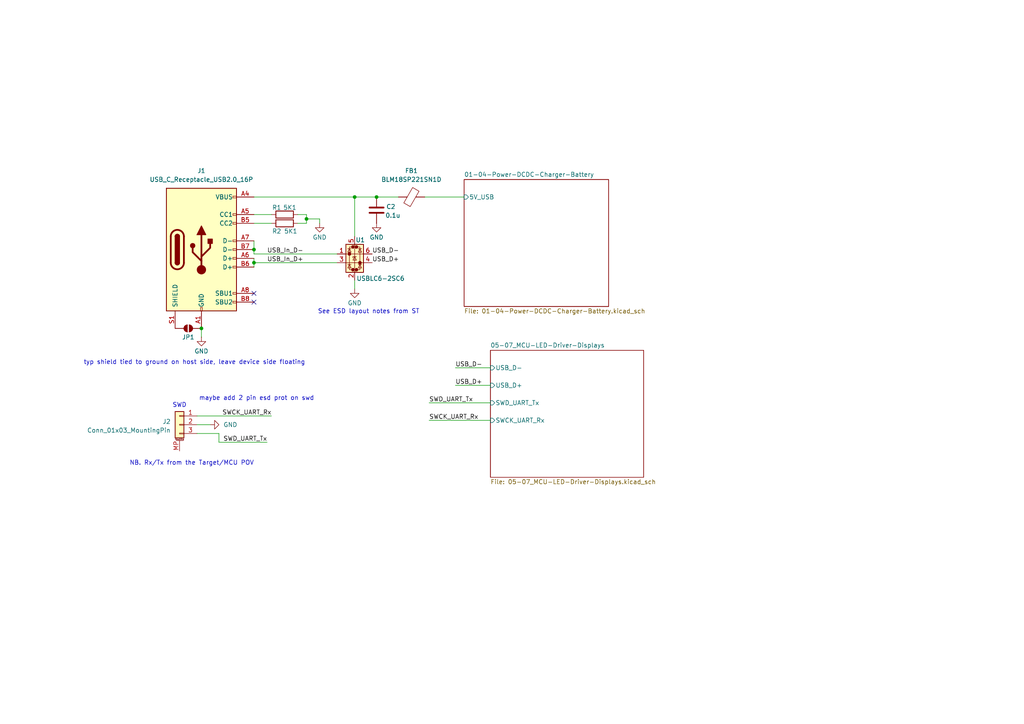
<source format=kicad_sch>
(kicad_sch (version 20250114) (generator "eeschema") (generator_version "9.0")
  (paper "A4")
  (lib_symbols
    (symbol "Connector:USB_C_Receptacle_USB2.0_16P" (pin_names (offset 1.016))
      (property "Reference" "J" (at 0 22.225 0))
      (property "Value" "USB_C_Receptacle_USB2.0_16P" (at 0 19.685 0))
      (symbol "USB_C_Receptacle_USB2.0_16P_0_0"
        (rectangle (start -0.254 -17.78) (end 0.254 -16.764))
        (rectangle (start 10.16 15.494) (end 9.144 14.986))
        (rectangle (start 10.16 10.414) (end 9.144 9.906))
        (rectangle (start 10.16 7.874) (end 9.144 7.366))
        (rectangle (start 10.16 2.794) (end 9.144 2.286))
        (rectangle (start 10.16 0.254) (end 9.144 -0.254))
        (rectangle (start 10.16 -2.286) (end 9.144 -2.794))
        (rectangle (start 10.16 -4.826) (end 9.144 -5.334))
        (rectangle (start 10.16 -12.446) (end 9.144 -12.954))
        (rectangle (start 10.16 -14.986) (end 9.144 -15.494))
      )
      (symbol "USB_C_Receptacle_USB2.0_16P_0_1"
        (rectangle (start -10.16 17.78) (end 10.16 -17.78) (stroke (width 0.254)) (fill (type background)))
        (polyline (pts (xy -8.89 -3.81) (xy -8.89 3.81)) (stroke (width 0.508)))
        (rectangle (start -7.62 -3.81) (end -6.35 3.81) (stroke (width 0.254)) (fill (type outline)))
        (arc (start -7.62 3.81) (mid -6.985 4.4423) (end -6.35 3.81) (stroke (width 0.254)))
        (arc (start -7.62 3.81) (mid -6.985 4.4423) (end -6.35 3.81) (stroke (width 0.254)) (fill (type outline)))
        (arc (start -8.89 3.81) (mid -6.985 5.7067) (end -5.08 3.81) (stroke (width 0.508)))
        (arc (start -5.08 -3.81) (mid -6.985 -5.7067) (end -8.89 -3.81) (stroke (width 0.508)))
        (arc (start -6.35 -3.81) (mid -6.985 -4.4423) (end -7.62 -3.81) (stroke (width 0.254)))
        (arc (start -6.35 -3.81) (mid -6.985 -4.4423) (end -7.62 -3.81) (stroke (width 0.254)) (fill (type outline)))
        (polyline (pts (xy -5.08 3.81) (xy -5.08 -3.81)) (stroke (width 0.508)))
        (circle (center -2.54 1.143) (radius 0.635) (stroke (width 0.254)) (fill (type outline)))
        (polyline (pts (xy -1.27 4.318) (xy 0 6.858) (xy 1.27 4.318) (xy -1.27 4.318)) (stroke (width 0.254)) (fill (type outline)))
        (polyline (pts (xy 0 -2.032) (xy 2.54 0.508) (xy 2.54 1.778)) (stroke (width 0.508)))
        (polyline (pts (xy 0 -3.302) (xy -2.54 -0.762) (xy -2.54 0.508)) (stroke (width 0.508)))
        (polyline (pts (xy 0 -5.842) (xy 0 4.318)) (stroke (width 0.508)))
        (circle (center 0 -5.842) (radius 1.27) (fill (type outline)))
        (rectangle (start 1.905 1.778) (end 3.175 3.048) (stroke (width 0.254)) (fill (type outline)))
      )
      (symbol "USB_C_Receptacle_USB2.0_16P_1_1"
        (pin passive line (at -7.62 -22.86 90) (length 5.08) (name "SHIELD") (number "S1"))
        (pin passive line (at 0 -22.86 90) (length 5.08) (name "GND") (number "A1"))
        (pin passive line (at 0 -22.86 90) (length 5.08) (hide yes) (name "GND") (number "A12"))
        (pin passive line (at 0 -22.86 90) (length 5.08) (hide yes) (name "GND") (number "B1"))
        (pin passive line (at 0 -22.86 90) (length 5.08) (hide yes) (name "GND") (number "B12"))
        (pin passive line (at 15.24 15.24 180) (length 5.08) (name "VBUS") (number "A4"))
        (pin passive line (at 15.24 15.24 180) (length 5.08) (hide yes) (name "VBUS") (number "A9"))
        (pin passive line (at 15.24 15.24 180) (length 5.08) (hide yes) (name "VBUS") (number "B4"))
        (pin passive line (at 15.24 15.24 180) (length 5.08) (hide yes) (name "VBUS") (number "B9"))
        (pin bidirectional line (at 15.24 10.16 180) (length 5.08) (name "CC1") (number "A5"))
        (pin bidirectional line (at 15.24 7.62 180) (length 5.08) (name "CC2") (number "B5"))
        (pin bidirectional line (at 15.24 2.54 180) (length 5.08) (name "D-") (number "A7"))
        (pin bidirectional line (at 15.24 0 180) (length 5.08) (name "D-") (number "B7"))
        (pin bidirectional line (at 15.24 -2.54 180) (length 5.08) (name "D+") (number "A6"))
        (pin bidirectional line (at 15.24 -5.08 180) (length 5.08) (name "D+") (number "B6"))
        (pin bidirectional line (at 15.24 -12.7 180) (length 5.08) (name "SBU1") (number "A8"))
        (pin bidirectional line (at 15.24 -15.24 180) (length 5.08) (name "SBU2") (number "B8"))
      )
    )
    (symbol "Connector_Generic_MountingPin:Conn_01x03_MountingPin" (pin_names (offset 1.016) (hide yes))
      (property "Reference" "J" (at 0 5.08 0))
      (property "Value" "Conn_01x03_MountingPin" (at 1.27 -5.08 0))
      (symbol "Conn_01x03_MountingPin_1_1"
        (rectangle (start -1.27 3.81) (end 1.27 -3.81) (stroke (width 0.254)) (fill (type background)))
        (rectangle (start -1.27 2.667) (end 0 2.413) (stroke (width 0.1524)))
        (rectangle (start -1.27 0.127) (end 0 -0.127) (stroke (width 0.1524)))
        (rectangle (start -1.27 -2.413) (end 0 -2.667) (stroke (width 0.1524)))
        (polyline (pts (xy -1.016 -4.572) (xy 1.016 -4.572)) (stroke (width 0.1524)))
        (text "Mounting" (at 0 -4.191 0) (effects (font (size 0.381 0.381))))
        (pin passive line (at -5.08 2.54 0) (length 3.81) (name "Pin_1") (number "1"))
        (pin passive line (at -5.08 0 0) (length 3.81) (name "Pin_2") (number "2"))
        (pin passive line (at -5.08 -2.54 0) (length 3.81) (name "Pin_3") (number "3"))
        (pin passive line (at 0 -7.62 90) (length 3.048) (name "MountPin") (number "MP"))
      )
    )
    (symbol "Device:C" (pin_numbers (hide yes)) (pin_names (offset 0.254))
      (property "Reference" "C" (at 0.635 2.54 0))
      (property "Value" "C" (at 0.635 -2.54 0))
      (symbol "C_0_1"
        (polyline (pts (xy -2.032 0.762) (xy 2.032 0.762)) (stroke (width 0.508)))
        (polyline (pts (xy -2.032 -0.762) (xy 2.032 -0.762)) (stroke (width 0.508)))
      )
      (symbol "C_1_1"
        (pin passive line (at 0 3.81 270) (length 2.794) (name "~") (number "1"))
        (pin passive line (at 0 -3.81 90) (length 2.794) (name "~") (number "2"))
      )
    )
    (symbol "Device:FerriteBead" (pin_numbers (hide yes)) (pin_names (offset 0))
      (property "Reference" "FB" (at -3.81 0.635 90))
      (property "Value" "FerriteBead" (at 3.81 0 90))
      (symbol "FerriteBead_0_1"
        (polyline (pts (xy -2.7686 0.4064) (xy -1.7018 2.2606) (xy 2.7686 -0.3048) (xy 1.6764 -2.159) (xy -2.7686 0.4064)))
        (polyline (pts (xy 0 1.27) (xy 0 1.2954)))
        (polyline (pts (xy 0 -1.27) (xy 0 -1.2192)))
      )
      (symbol "FerriteBead_1_1"
        (pin passive line (at 0 3.81 270) (length 2.54) (name "~") (number "1"))
        (pin passive line (at 0 -3.81 90) (length 2.54) (name "~") (number "2"))
      )
    )
    (symbol "Device:R" (pin_numbers (hide yes)) (pin_names (offset 0))
      (property "Reference" "R" (at 2.032 0 90))
      (property "Value" "R" (at 0 0 90))
      (symbol "R_0_1"
        (rectangle (start -1.016 -2.54) (end 1.016 2.54) (stroke (width 0.254)))
      )
      (symbol "R_1_1"
        (pin passive line (at 0 3.81 270) (length 1.27) (name "~") (number "1"))
        (pin passive line (at 0 -3.81 90) (length 1.27) (name "~") (number "2"))
      )
    )
    (symbol "Jumper:SolderJumper_2_Open" (pin_numbers (hide yes)) (pin_names (offset 0) (hide yes)) (in_bom no)
      (property "Reference" "JP" (at 0 2.032 0))
      (property "Value" "SolderJumper_2_Open" (at 0 -2.54 0))
      (symbol "SolderJumper_2_Open_0_1"
        (polyline (pts (xy -0.254 1.016) (xy -0.254 -1.016)))
        (arc (start -0.254 -1.016) (mid -1.2656 0) (end -0.254 1.016))
        (arc (start -0.254 -1.016) (mid -1.2656 0) (end -0.254 1.016) (fill (type outline)))
        (arc (start 0.254 1.016) (mid 1.2656 0) (end 0.254 -1.016))
        (arc (start 0.254 1.016) (mid 1.2656 0) (end 0.254 -1.016) (fill (type outline)))
        (polyline (pts (xy 0.254 1.016) (xy 0.254 -1.016)))
      )
      (symbol "SolderJumper_2_Open_1_1"
        (pin passive line (at -3.81 0 0) (length 2.54) (name "A") (number "1"))
        (pin passive line (at 3.81 0 180) (length 2.54) (name "B") (number "2"))
      )
    )
    (symbol "Power_Protection:USBLC6-2SC6" (pin_names (hide yes))
      (property "Reference" "U" (at 0.635 5.715 0))
      (property "Value" "USBLC6-2SC6" (at 0.635 3.81 0))
      (symbol "USBLC6-2SC6_0_0"
        (circle (center -1.524 0) (radius 0.0001) (stroke (width 0.508)))
        (circle (center -0.508 2.032) (radius 0.0001) (stroke (width 0.508)))
        (circle (center -0.508 -4.572) (radius 0.0001) (stroke (width 0.508)))
        (circle (center 0.508 2.032) (radius 0.0001) (stroke (width 0.508)))
        (circle (center 0.508 -4.572) (radius 0.0001) (stroke (width 0.508)))
        (circle (center 1.524 -2.54) (radius 0.0001) (stroke (width 0.508)))
      )
      (symbol "USBLC6-2SC6_0_1"
        (polyline (pts (xy -2.54 0) (xy 2.54 0)))
        (polyline (pts (xy -2.54 -2.54) (xy 2.54 -2.54)))
        (polyline (pts (xy -2.032 0.508) (xy -1.016 0.508) (xy -1.524 1.524) (xy -2.032 0.508)))
        (polyline (pts (xy -2.032 -3.048) (xy -1.016 -3.048)))
        (polyline (pts (xy -1.016 1.524) (xy -2.032 1.524)))
        (polyline (pts (xy -1.016 -4.064) (xy -2.032 -4.064) (xy -1.524 -3.048) (xy -1.016 -4.064)))
        (polyline (pts (xy -0.508 -1.143) (xy -0.508 -0.762) (xy 0.508 -0.762)))
        (polyline (pts (xy 0 2.54) (xy -0.508 2.032) (xy 0.508 2.032) (xy 0 1.524) (xy 0 -4.064) (xy -0.508 -4.572) (xy 0.508 -4.572) (xy 0 -5.08)))
        (polyline (pts (xy 0.508 -1.778) (xy -0.508 -1.778) (xy 0 -0.762) (xy 0.508 -1.778)))
        (polyline (pts (xy 1.016 1.524) (xy 2.032 1.524)))
        (polyline (pts (xy 1.016 -3.048) (xy 2.032 -3.048)))
        (polyline (pts (xy 2.032 0.508) (xy 1.016 0.508) (xy 1.524 1.524) (xy 2.032 0.508)))
        (polyline (pts (xy 2.032 -4.064) (xy 1.016 -4.064) (xy 1.524 -3.048) (xy 2.032 -4.064)))
      )
      (symbol "USBLC6-2SC6_1_1"
        (rectangle (start -2.54 2.794) (end 2.54 -5.334) (stroke (width 0.254)) (fill (type background)))
        (polyline (pts (xy -0.508 2.032) (xy -1.524 2.032) (xy -1.524 -4.572) (xy -0.508 -4.572)))
        (polyline (pts (xy 0.508 -4.572) (xy 1.524 -4.572) (xy 1.524 2.032) (xy 0.508 2.032)))
        (pin passive line (at -5.08 0 0) (length 2.54) (name "I/O1") (number "1"))
        (pin passive line (at -5.08 -2.54 0) (length 2.54) (name "I/O2") (number "3"))
        (pin passive line (at 0 5.08 270) (length 2.54) (name "VBUS") (number "5"))
        (pin passive line (at 0 -7.62 90) (length 2.54) (name "GND") (number "2"))
        (pin passive line (at 5.08 0 180) (length 2.54) (name "I/O1") (number "6"))
        (pin passive line (at 5.08 -2.54 180) (length 2.54) (name "I/O2") (number "4"))
      )
    )
    (symbol "power:GND" (power) (pin_numbers (hide yes)) (pin_names (offset 0) (hide yes))
      (property "Value" "GND" (at 0 -3.81 0))
      (symbol "GND_0_1"
        (polyline (pts (xy 0 0) (xy 0 -1.27) (xy 1.27 -1.27) (xy 0 -2.54) (xy -1.27 -1.27) (xy 0 -1.27)))
      )
      (symbol "GND_1_1"
        (pin power_in line (at 0 0 270) (length 0) (name "~") (number "1"))
      )
    )
  )
  (text "typ shield tied to ground on host side, leave device side floating" (at 56.388 105.156 0) (effects (font (size 1.27 1.27))))
  (text "See ESD layout notes from ST" (at 106.934 90.424 0) (effects (font (size 1.27 1.27))))
  (text "maybe add 2 pin esd prot on swd" (at 74.422 115.57 0) (effects (font (size 1.27 1.27))))
  (text "SWD" (at 52.07 117.602 0) (effects (font (size 1.27 1.27))))
  (text "NB. Rx/Tx from the Target/MCU POV" (at 55.626 134.366 0) (effects (font (size 1.27 1.27))))
  (junction (at 73.66 72.39))
  (junction (at 73.66 76.2))
  (junction (at 88.9 63.5))
  (junction (at 109.22 57.15))
  (junction (at 102.87 57.15))
  (junction (at 58.42 95.25))
  (no_connect (at 73.66 87.63))
  (no_connect (at 73.66 85.09))
  (wire (pts (xy 73.66 74.93) (xy 73.66 76.2)))
  (wire (pts (xy 63.5 125.73) (xy 57.15 125.73)))
  (wire (pts (xy 124.46 116.84) (xy 142.24 116.84)))
  (wire (pts (xy 57.15 123.19) (xy 60.96 123.19)))
  (wire (pts (xy 102.87 81.28) (xy 102.87 83.82)))
  (wire (pts (xy 63.5 128.27) (xy 77.47 128.27)))
  (wire (pts (xy 102.87 57.15) (xy 109.22 57.15)))
  (wire (pts (xy 132.08 111.76) (xy 142.24 111.76)))
  (wire (pts (xy 73.66 64.77) (xy 78.74 64.77)))
  (wire (pts (xy 57.15 120.65) (xy 78.74 120.65)))
  (wire (pts (xy 73.66 69.85) (xy 73.66 72.39)))
  (wire (pts (xy 102.87 57.15) (xy 102.87 68.58)))
  (wire (pts (xy 123.19 57.15) (xy 134.62 57.15)))
  (wire (pts (xy 73.66 62.23) (xy 78.74 62.23)))
  (wire (pts (xy 88.9 63.5) (xy 88.9 64.77)))
  (wire (pts (xy 88.9 63.5) (xy 92.71 63.5)))
  (wire (pts (xy 73.66 73.66) (xy 73.66 72.39)))
  (wire (pts (xy 124.46 121.92) (xy 142.24 121.92)))
  (wire (pts (xy 63.5 128.27) (xy 63.5 125.73)))
  (wire (pts (xy 86.36 64.77) (xy 88.9 64.77)))
  (wire (pts (xy 73.66 57.15) (xy 102.87 57.15)))
  (wire (pts (xy 86.36 62.23) (xy 88.9 62.23)))
  (wire (pts (xy 73.66 76.2) (xy 73.66 77.47)))
  (wire (pts (xy 73.66 73.66) (xy 97.79 73.66)))
  (wire (pts (xy 58.42 97.79) (xy 58.42 95.25)))
  (wire (pts (xy 88.9 62.23) (xy 88.9 63.5)))
  (wire (pts (xy 109.22 57.15) (xy 115.57 57.15)))
  (wire (pts (xy 132.08 106.68) (xy 142.24 106.68)))
  (wire (pts (xy 73.66 76.2) (xy 97.79 76.2)))
  (wire (pts (xy 92.71 64.77) (xy 92.71 63.5)))
  (label "SWCK_UART_Rx" (at 124.46 121.92 0))
  (label "USB_In_D+" (at 77.47 76.2 0))
  (label "USB_D+" (at 132.08 111.76 0))
  (label "SWCK_UART_Rx" (at 78.74 120.65 180))
  (label "SWD_UART_Tx" (at 124.46 116.84 0))
  (label "SWD_UART_Tx" (at 77.47 128.27 180))
  (label "USB_In_D-" (at 77.47 73.66 0))
  (label "USB_D+" (at 107.95 76.2 0))
  (label "USB_D-" (at 107.95 73.66 0))
  (label "USB_D-" (at 132.08 106.68 0))
  (symbol (lib_id "Connector_Generic_MountingPin:Conn_01x03_MountingPin") (at 52.07 123.19 0) (mirror y) (unit 1)
    (property "Reference" "J2" (at 49.53 122.2755 0) (effects (justify left)))
    (property "Value" "Conn_01x03_MountingPin" (at 49.53 124.8155 0) (effects (justify left)))
    (property "Footprint" "project footprints:JST_SH_SM03B-SRSS-TB_1x03-1MP_P1.00mm_Horizontal" (effects (hide yes)))
    (property "Description" "Generic connectable mounting pin connector, single row, 01x03, script generated (kicad-library-utils/schlib/autogen/connector/)" (effects (hide yes)))
    (property "MPN" "SM03B-SRSS-TB(LF)(SN)" (effects (hide yes)))
    (property "Manufacturer" "JST" (effects (hide yes)))
    (property "Supplier 1" "LCSC" (effects (hide yes)))
    (property "Supplier 1 SKU" "C160403" (effects (hide yes)))
    (property "Supplier 1 URL" "https://lcsc.com/product-detail/Wire-To-Board-Connector_JST-SM03B-SRSS-TB-LF-SN_C160403.html" (effects (hide yes)))
  )
  (symbol (lib_id "power:GND") (at 60.96 123.19 90) (unit 1)
    (property "Reference" "#PWR02" (effects (hide yes)))
    (property "Value" "GND" (at 64.77 123.1899 90) (effects (justify right)))
    (property "Description" "Power symbol creates a global label with name \"GND\" , ground" (effects (hide yes)))
  )
  (symbol (lib_id "Jumper:SolderJumper_2_Open") (at 54.61 95.25 0) (unit 1) (in_bom no)
    (property "Reference" "JP1" (at 54.61 97.79 0))
    (property "Value" "SolderJumper_2_Open" (effects (hide yes)))
    (property "Description" "Solder Jumper, 2-pole, open" (effects (hide yes)))
  )
  (symbol (lib_id "Device:C") (at 109.22 60.96 0) (unit 1)
    (property "Reference" "C2" (at 112.014 59.944 0) (effects (justify left)))
    (property "Value" "0.1u" (at 111.76 62.484 0) (effects (justify left)))
    (property "Description" "Unpolarized capacitor" (effects (hide yes)))
  )
  (symbol (lib_id "power:GND") (at 102.87 83.82 0) (unit 1)
    (property "Reference" "#PWR06" (effects (hide yes)))
    (property "Value" "GND" (at 102.87 87.884 0))
    (property "Description" "Power symbol creates a global label with name \"GND\" , ground" (effects (hide yes)))
  )
  (symbol (lib_id "Device:R") (at 82.55 62.23 90) (unit 1)
    (property "Reference" "R1" (at 80.264 60.198 90))
    (property "Value" "5K1" (at 84.074 60.198 90))
    (property "Description" "Resistor" (effects (hide yes)))
  )
  (symbol (lib_id "Device:FerriteBead") (at 119.38 57.15 90) (unit 1)
    (property "Reference" "FB1" (at 119.3292 49.53 90))
    (property "Value" "BLM18SP221SN1D" (at 119.3292 52.07 90))
    (property "Footprint" "project footprints:BLM18SP221SN1D_BEADC1608X95N" (effects (hide yes)))
    (property "Description" "Ferrite bead" (effects (hide yes)))
    (property "MPN" "BLM18SP221SN1D" (effects (hide yes)))
    (property "Manufacturer" "Murata" (effects (hide yes)))
    (property "Package" "0603" (effects (hide yes)))
    (property "Supplier 1" "Digikey" (effects (hide yes)))
    (property "Supplier 1 URL" "https://www.digikey.jp/en/products/detail/murata-electronics/BLM18SP221SN1D/12759416" (effects (hide yes)))
  )
  (symbol (lib_id "Connector:USB_C_Receptacle_USB2.0_16P") (at 58.42 72.39 0) (unit 1)
    (property "Reference" "J1" (at 58.42 49.53 0))
    (property "Value" "USB_C_Receptacle_USB2.0_16P" (at 58.42 52.07 0))
    (property "Footprint" "project footprints:USB_C_Receptacle_JAE_DX07S016JA1R1500" (effects (hide yes)))
    (property "Datasheet" "https://www.usb.org/sites/default/files/documents/usb_type-c.zip" (effects (hide yes)))
    (property "Description" "USB 2.0-only 16P Type-C Receptacle connector" (effects (hide yes)))
    (property "MPN" "DX07S016JA1R1500" (effects (hide yes)))
    (property "Manufacturer" "JAE Electronics" (effects (hide yes)))
    (property "Supplier 1" "LCSC" (effects (hide yes)))
    (property "Supplier 1 URL" "https://lcsc.com/product-detail/USB-Connectors_JAE-Electronics-DX07S016JA1R1500_C3197885.html" (effects (hide yes)))
    (property "Supplier 1 SKU" "C3197885" (effects (hide yes)))
  )
  (symbol (lib_id "Device:R") (at 82.55 64.77 90) (unit 1)
    (property "Reference" "R2" (at 80.264 67.056 90))
    (property "Value" "5K1" (at 84.328 67.056 90))
    (property "Description" "Resistor" (effects (hide yes)))
  )
  (symbol (lib_id "power:GND") (at 92.71 64.77 0) (unit 1)
    (property "Reference" "#PWR03" (effects (hide yes)))
    (property "Value" "GND" (at 92.71 68.834 0))
    (property "Description" "Power symbol creates a global label with name \"GND\" , ground" (effects (hide yes)))
  )
  (symbol (lib_id "Power_Protection:USBLC6-2SC6") (at 102.87 73.66 0) (unit 1)
    (property "Reference" "U1" (at 103.124 69.596 0) (effects (justify left)))
    (property "Value" "USBLC6-2SC6" (at 103.378 80.772 0) (effects (justify left)))
    (property "Footprint" "Package_TO_SOT_SMD:SOT-23-6" (effects (hide yes)))
    (property "Datasheet" "https://www.st.com/resource/en/datasheet/usblc6-2.pdf" (effects (hide yes)))
    (property "Description" "Very low capacitance ESD protection diode, 2 data-line, SOT-23-6" (effects (hide yes)))
    (property "MPN" "USBLC6-2SC6" (effects (hide yes)))
    (property "Manufacturer" "ST Microelectronics" (effects (hide yes)))
    (property "Supplier 1" "LCSC" (effects (hide yes)))
    (property "Supplier 1 SKU" "C7519" (effects (hide yes)))
    (property "Supplier 1 URL" "https://lcsc.com/product-detail/ESD-and-Surge-Protection-TVS-ESD_STMicroelectronics-USBLC6-2SC6_C7519.html?s_z=n_USBLC6-2SC6" (effects (hide yes)))
  )
  (symbol (lib_id "power:GND") (at 109.22 64.77 0) (unit 1)
    (property "Reference" "#PWR07" (effects (hide yes)))
    (property "Value" "GND" (at 109.22 68.834 0))
    (property "Description" "Power symbol creates a global label with name \"GND\" , ground" (effects (hide yes)))
  )
  (symbol (lib_id "power:GND") (at 58.42 97.79 0) (unit 1)
    (property "Reference" "#PWR05" (effects (hide yes)))
    (property "Value" "GND" (at 58.42 101.854 0))
    (property "Description" "Power symbol creates a global label with name \"GND\" , ground" (effects (hide yes)))
  )
  (sheet (at 142.24 101.6) (size 44.45 36.83) (stroke (width 0.1524))
    (property "Sheetname" "05-07_MCU-LED-Driver-Displays" (at 142.24 100.8884 0) (effects (justify left bottom)))
    (property "Sheetfile" "05-07_MCU-LED-Driver-Displays.kicad_sch" (at 142.24 139.0146 0) (effects (justify left top)))
    (pin "USB_D+" input (at 142.24 111.76 180))
    (pin "USB_D-" input (at 142.24 106.68 180))
    (pin "SWD_UART_Tx" input (at 142.24 116.84 180))
    (pin "SWCK_UART_Rx" input (at 142.24 121.92 180))
  )
  (sheet (at 134.62 52.07) (size 41.91 36.83) (stroke (width 0.1524))
    (property "Sheetname" "01-04-Power-DCDC-Charger-Battery" (at 134.62 51.3584 0) (effects (justify left bottom)))
    (property "Sheetfile" "01-04-Power-DCDC-Charger-Battery.kicad_sch" (at 134.62 89.4846 0) (effects (justify left top)))
    (pin "5V_USB" input (at 134.62 57.15 180))
  )
)
</source>
